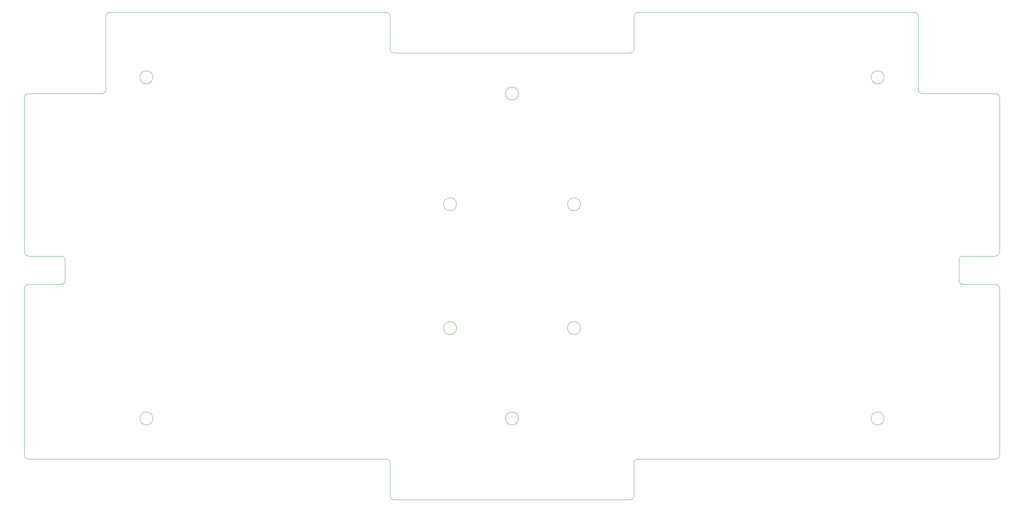
<source format=gm1>
G04 #@! TF.GenerationSoftware,KiCad,Pcbnew,8.0.4*
G04 #@! TF.CreationDate,2025-02-19T19:20:14+01:00*
G04 #@! TF.ProjectId,Quiver_PDB_01,51756976-6572-45f5-9044-425f30312e6b,rev?*
G04 #@! TF.SameCoordinates,Original*
G04 #@! TF.FileFunction,Profile,NP*
%FSLAX46Y46*%
G04 Gerber Fmt 4.6, Leading zero omitted, Abs format (unit mm)*
G04 Created by KiCad (PCBNEW 8.0.4) date 2025-02-19 19:20:14*
%MOMM*%
%LPD*%
G01*
G04 APERTURE LIST*
G04 #@! TA.AperFunction,Profile*
%ADD10C,0.050000*%
G04 #@! TD*
G04 #@! TA.AperFunction,Profile*
%ADD11C,0.120000*%
G04 #@! TD*
G04 APERTURE END LIST*
D10*
X241600000Y-130000000D02*
G75*
G02*
X238400000Y-130000000I-1600000J0D01*
G01*
X238400000Y-130000000D02*
G75*
G02*
X241600000Y-130000000I1600000J0D01*
G01*
X260000000Y-91000000D02*
G75*
G02*
X261000000Y-90000000I1000000J0D01*
G01*
X151600000Y-50000000D02*
G75*
G02*
X148400000Y-50000000I-1600000J0D01*
G01*
X148400000Y-50000000D02*
G75*
G02*
X151600000Y-50000000I1600000J0D01*
G01*
X180000000Y-31000000D02*
X180000000Y-39000000D01*
X270000000Y-139000000D02*
G75*
G02*
X269000000Y-140000000I-1000000J0D01*
G01*
X40000000Y-91000000D02*
X40000000Y-96000000D01*
X50000000Y-31000000D02*
X50000000Y-49000000D01*
X121000000Y-150000000D02*
X179000000Y-150000000D01*
X120000000Y-141000000D02*
X120000000Y-149000000D01*
X260000000Y-96000000D02*
X260000000Y-91000000D01*
X151600000Y-130000000D02*
G75*
G02*
X148400000Y-130000000I-1600000J0D01*
G01*
X148400000Y-130000000D02*
G75*
G02*
X151600000Y-130000000I1600000J0D01*
G01*
X269000000Y-50000000D02*
G75*
G02*
X270000000Y-51000000I0J-1000000D01*
G01*
X180000000Y-31000000D02*
G75*
G02*
X181000000Y-30000000I1000000J0D01*
G01*
X121000000Y-40000000D02*
G75*
G02*
X120000000Y-39000000I0J1000000D01*
G01*
X31000000Y-90000000D02*
X39000000Y-90000000D01*
X119000000Y-140000000D02*
G75*
G02*
X120000000Y-141000000I0J-1000000D01*
G01*
X250000000Y-49000000D02*
X250000000Y-31000000D01*
X180000000Y-149000000D02*
X180000000Y-141000000D01*
X270000000Y-89000000D02*
G75*
G02*
X269000000Y-90000000I-1000000J0D01*
G01*
X40000000Y-96000000D02*
G75*
G02*
X39000000Y-97000000I-1000000J0D01*
G01*
X270000000Y-139000000D02*
X270000000Y-98000000D01*
X31000000Y-140000000D02*
X119000000Y-140000000D01*
X269000000Y-97000000D02*
G75*
G02*
X270000000Y-98000000I0J-1000000D01*
G01*
X121000000Y-150000000D02*
G75*
G02*
X120000000Y-149000000I0J1000000D01*
G01*
X61600000Y-46000000D02*
G75*
G02*
X58400000Y-46000000I-1600000J0D01*
G01*
X58400000Y-46000000D02*
G75*
G02*
X61600000Y-46000000I1600000J0D01*
G01*
X241600000Y-46000000D02*
G75*
G02*
X238400000Y-46000000I-1600000J0D01*
G01*
X238400000Y-46000000D02*
G75*
G02*
X241600000Y-46000000I1600000J0D01*
G01*
X39000000Y-90000000D02*
G75*
G02*
X40000000Y-91000000I0J-1000000D01*
G01*
X31000000Y-90000000D02*
G75*
G02*
X30000000Y-89000000I0J1000000D01*
G01*
X50000000Y-49000000D02*
G75*
G02*
X49000000Y-50000000I-1000000J0D01*
G01*
X30000000Y-98000000D02*
X30000000Y-139000000D01*
X180000000Y-39000000D02*
G75*
G02*
X179000000Y-40000000I-1000000J0D01*
G01*
X61600000Y-130000000D02*
G75*
G02*
X58400000Y-130000000I-1600000J0D01*
G01*
X58400000Y-130000000D02*
G75*
G02*
X61600000Y-130000000I1600000J0D01*
G01*
X261000000Y-97000000D02*
G75*
G02*
X260000000Y-96000000I0J1000000D01*
G01*
X31000000Y-140000000D02*
G75*
G02*
X30000000Y-139000000I0J1000000D01*
G01*
X30000000Y-51000000D02*
G75*
G02*
X31000000Y-50000000I1000000J0D01*
G01*
X251000000Y-50000000D02*
G75*
G02*
X250000000Y-49000000I0J1000000D01*
G01*
X269000000Y-50000000D02*
X251000000Y-50000000D01*
X180000000Y-141000000D02*
G75*
G02*
X181000000Y-140000000I1000000J0D01*
G01*
X49000000Y-50000000D02*
X31000000Y-50000000D01*
X249000000Y-30000000D02*
X181000000Y-30000000D01*
X119000000Y-30000000D02*
G75*
G02*
X120000000Y-31000000I0J-1000000D01*
G01*
X31000000Y-97000000D02*
X39000000Y-97000000D01*
X261000000Y-90000000D02*
X269000000Y-90000000D01*
X120000000Y-39000000D02*
X120000000Y-31000000D01*
X30000000Y-98000000D02*
G75*
G02*
X31000000Y-97000000I1000000J0D01*
G01*
X179000000Y-40000000D02*
X121000000Y-40000000D01*
X50000000Y-31000000D02*
G75*
G02*
X51000000Y-30000000I1000000J0D01*
G01*
X181000000Y-140000000D02*
X269000000Y-140000000D01*
X180000000Y-149000000D02*
G75*
G02*
X179000000Y-150000000I-1000000J0D01*
G01*
X119000000Y-30000000D02*
X51000000Y-30000000D01*
X249000000Y-30000000D02*
G75*
G02*
X250000000Y-31000000I0J-1000000D01*
G01*
X270000000Y-89000000D02*
X270000000Y-51000000D01*
X269000000Y-97000000D02*
X261000000Y-97000000D01*
X30000000Y-51000000D02*
X30000000Y-89000000D01*
D11*
X136362882Y-77250000D02*
G75*
G02*
X133162882Y-77250000I-1600000J0D01*
G01*
X133162882Y-77250000D02*
G75*
G02*
X136362882Y-77250000I1600000J0D01*
G01*
X136362882Y-107750000D02*
G75*
G02*
X133162882Y-107750000I-1600000J0D01*
G01*
X133162882Y-107750000D02*
G75*
G02*
X136362882Y-107750000I1600000J0D01*
G01*
X166862882Y-77250000D02*
G75*
G02*
X163662882Y-77250000I-1600000J0D01*
G01*
X163662882Y-77250000D02*
G75*
G02*
X166862882Y-77250000I1600000J0D01*
G01*
X166862882Y-107750000D02*
G75*
G02*
X163662882Y-107750000I-1600000J0D01*
G01*
X163662882Y-107750000D02*
G75*
G02*
X166862882Y-107750000I1600000J0D01*
G01*
M02*

</source>
